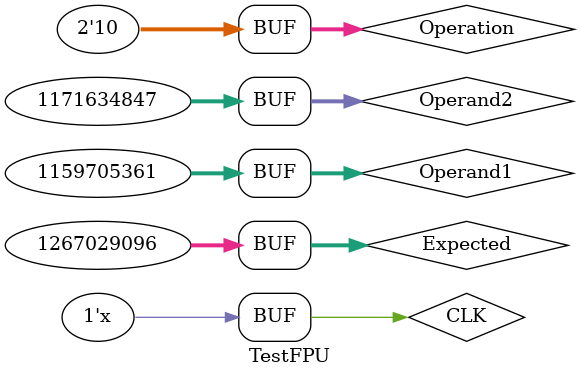
<source format=v>
`timescale 1ns / 1ps


module TestFPU;

	// Inputs
	reg [31:0] Operand1;
	reg [31:0] Operand2;
	reg [ 1 : 0 ] Operation;
	reg CLK;

	// Outputs
	wire [31:0] Result;
	
	integer Expected ;

	// Instantiate the Unit Under Test (UUT)
	FPU uut (
		.Operand1(Operand1), 
		.Operand2(Operand2), 
		.Operation(Operation), 
		.Result(Result), 
		.CLK(CLK)
	);

	initial begin
		// Initialize Inputs
		CLK = 0;
		 

		// Wait 100 ns for global reset to finish
		#100;
       
		Operand1 = 32'b01000101000111111011001100010001 ; 
		Operand2 = 32'b01000101110101011011101010011111 ;  
		Operation = 2'b10; // mul
		Expected = 32'b01001011100001010101010001101000 ; 
		// Add stimulus here

	end
	
	always 
		begin 
			#50;
			CLK = ~ CLK ;
		end
		
	always @(Result) 
		begin 
			if ( Result === Expected )
				$display( "Output Matched" ) ;
			else 
				begin 
					if ( (Result - Expected) === 1 || (Result - Expected) === (-1) ) 
						$display( "Rounding Error" ) ;
					else 
						$display( "Output Dismatch" ) ;
				end
		end
      
endmodule


</source>
